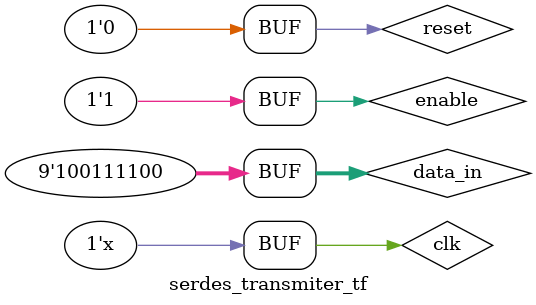
<source format=v>
`timescale 1ps / 1ps

module serdes_transmiter_tf();

// Inputs
//reg rx_in;
reg reset;
reg clk;
reg enable;
reg [8:0] data_in;
//reg [9:0] piso_in;

// Outputs
wire [7:0] data_out;
wire start_of_frame;
wire code_err;
wire disp_err;
wire data_valid;
wire tx_out;

// Instantiate the UUT
serdes_transmiter UUT1 (
    .reset(reset), 
    .clk(clk), 
    .enable(enable), 
    .data_in(data_in), 
    .tx_out(tx_out)
);

serdes_receiver UUT2 (
    .reset(reset), 
    .clk(clk), 
    .rx_in(tx_out), 
    .data_out(data_out), 
    .start_of_frame(start_of_frame), 
    .code_err(code_err), 
    .disp_err(disp_err), 
    .data_valid(data_valid)
);

// Clock Generation
initial begin
    clk = 0; // Initialize clock to 0
end

always #500 clk = ~clk; // Toggle clock every 0.5 ns

// Initialize Inputs
initial begin
    reset = 0;
    enable = 0;
    //sdata_in = 9'b000000010;
    data_in = 9'b100111100; // Corrected size
 //   piso_in = 10'b0010101101;
    #1 enable = 1;
end

endmodule
</source>
